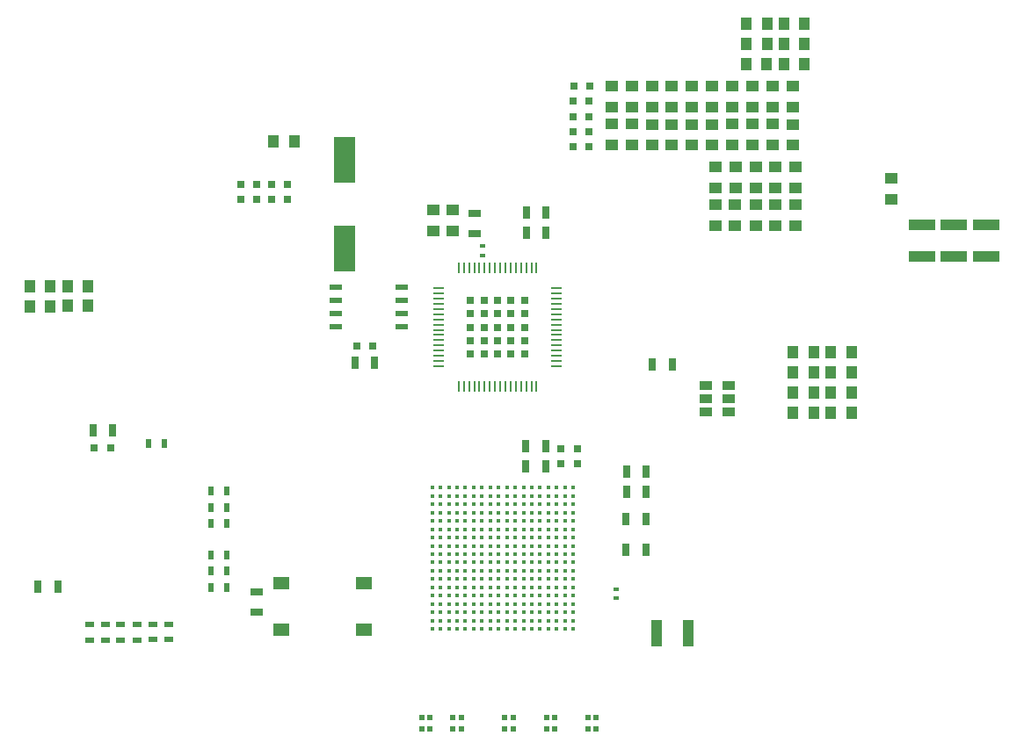
<source format=gbr>
G04 #@! TF.GenerationSoftware,KiCad,Pcbnew,(5.0.2)-1*
G04 #@! TF.CreationDate,2019-04-03T00:40:33-04:00*
G04 #@! TF.ProjectId,RASAC,52415341-432e-46b6-9963-61645f706362,rev?*
G04 #@! TF.SameCoordinates,Original*
G04 #@! TF.FileFunction,Paste,Bot*
G04 #@! TF.FilePolarity,Positive*
%FSLAX46Y46*%
G04 Gerber Fmt 4.6, Leading zero omitted, Abs format (unit mm)*
G04 Created by KiCad (PCBNEW (5.0.2)-1) date 4/3/2019 12:40:33 AM*
%MOMM*%
%LPD*%
G01*
G04 APERTURE LIST*
%ADD10R,0.700000X1.300000*%
%ADD11R,1.143000X0.508000*%
%ADD12C,0.400000*%
%ADD13R,0.500000X0.600000*%
%ADD14R,2.500000X1.000000*%
%ADD15R,1.300000X0.700000*%
%ADD16R,0.600000X0.400000*%
%ADD17R,1.550000X1.300000*%
%ADD18R,1.200000X0.900000*%
%ADD19R,2.000000X4.500000*%
%ADD20R,0.780000X0.780000*%
%ADD21R,1.000000X0.250000*%
%ADD22R,0.250000X1.000000*%
%ADD23R,1.250000X1.000000*%
%ADD24R,1.000000X1.250000*%
%ADD25R,0.800000X0.750000*%
%ADD26R,1.000000X2.500000*%
%ADD27R,0.800000X0.800000*%
%ADD28R,0.500000X0.900000*%
%ADD29R,0.900000X0.500000*%
G04 APERTURE END LIST*
D10*
G04 #@! TO.C,R69*
X160944520Y-125539500D03*
X162844520Y-125539500D03*
G04 #@! TD*
G04 #@! TO.C,R64*
X162841980Y-122529600D03*
X160941980Y-122529600D03*
G04 #@! TD*
D11*
G04 #@! TO.C,U7*
X139313920Y-100185220D03*
X139313920Y-101455220D03*
X139313920Y-102725220D03*
X139313920Y-103995220D03*
X132963920Y-103995220D03*
X132963920Y-102725220D03*
X132963920Y-101455220D03*
X132963920Y-100185220D03*
G04 #@! TD*
D12*
G04 #@! TO.C,U1*
X142255508Y-119533450D03*
X143055508Y-119533450D03*
X143855508Y-119533450D03*
X144655508Y-119533450D03*
X145455508Y-119533450D03*
X146255508Y-119533450D03*
X147055508Y-119533450D03*
X147855508Y-119533450D03*
X148655508Y-119533450D03*
X149455508Y-119533450D03*
X150255508Y-119533450D03*
X151055508Y-119533450D03*
X151855508Y-119533450D03*
X152655508Y-119533450D03*
X153455508Y-119533450D03*
X154255508Y-119533450D03*
X155055508Y-119533450D03*
X155855508Y-119533450D03*
X142255508Y-120333450D03*
X143055508Y-120333450D03*
X143855508Y-120333450D03*
X144655508Y-120333450D03*
X145455508Y-120333450D03*
X146255508Y-120333450D03*
X147055508Y-120333450D03*
X147855508Y-120333450D03*
X148655508Y-120333450D03*
X149455508Y-120333450D03*
X150255508Y-120333450D03*
X151055508Y-120333450D03*
X151855508Y-120333450D03*
X152655508Y-120333450D03*
X153455508Y-120333450D03*
X154255508Y-120333450D03*
X155055508Y-120333450D03*
X155855508Y-120333450D03*
X142255508Y-121133450D03*
X143055508Y-121133450D03*
X143855508Y-121133450D03*
X144655508Y-121133450D03*
X145455508Y-121133450D03*
X146255508Y-121133450D03*
X147055508Y-121133450D03*
X147855508Y-121133450D03*
X148655508Y-121133450D03*
X149455508Y-121133450D03*
X150255508Y-121133450D03*
X151055508Y-121133450D03*
X151855508Y-121133450D03*
X152655508Y-121133450D03*
X153455508Y-121133450D03*
X154255508Y-121133450D03*
X155055508Y-121133450D03*
X155855508Y-121133450D03*
X142255508Y-121933450D03*
X143055508Y-121933450D03*
X143855508Y-121933450D03*
X144655508Y-121933450D03*
X145455508Y-121933450D03*
X146255508Y-121933450D03*
X147055508Y-121933450D03*
X147855508Y-121933450D03*
X148655508Y-121933450D03*
X149455508Y-121933450D03*
X150255508Y-121933450D03*
X151055508Y-121933450D03*
X151855508Y-121933450D03*
X152655508Y-121933450D03*
X153455508Y-121933450D03*
X154255508Y-121933450D03*
X155055508Y-121933450D03*
X155855508Y-121933450D03*
X142255508Y-122733450D03*
X143055508Y-122733450D03*
X143855508Y-122733450D03*
X144655508Y-122733450D03*
X145455508Y-122733450D03*
X146255508Y-122733450D03*
X147055508Y-122733450D03*
X147855508Y-122733450D03*
X148655508Y-122733450D03*
X149455508Y-122733450D03*
X150255508Y-122733450D03*
X151055508Y-122733450D03*
X151855508Y-122733450D03*
X152655508Y-122733450D03*
X153455508Y-122733450D03*
X154255508Y-122733450D03*
X155055508Y-122733450D03*
X155855508Y-122733450D03*
X142255508Y-123533450D03*
X143055508Y-123533450D03*
X143855508Y-123533450D03*
X144655508Y-123533450D03*
X145455508Y-123533450D03*
X146255508Y-123533450D03*
X147055508Y-123533450D03*
X147855508Y-123533450D03*
X148655508Y-123533450D03*
X149455508Y-123533450D03*
X150255508Y-123533450D03*
X151055508Y-123533450D03*
X151855508Y-123533450D03*
X152655508Y-123533450D03*
X153455508Y-123533450D03*
X154255508Y-123533450D03*
X155055508Y-123533450D03*
X155855508Y-123533450D03*
X142255508Y-124333450D03*
X143055508Y-124333450D03*
X143855508Y-124333450D03*
X144655508Y-124333450D03*
X145455508Y-124333450D03*
X146255508Y-124333450D03*
X147055508Y-124333450D03*
X147855508Y-124333450D03*
X148655508Y-124333450D03*
X149455508Y-124333450D03*
X150255508Y-124333450D03*
X151055508Y-124333450D03*
X151855508Y-124333450D03*
X152655508Y-124333450D03*
X153455508Y-124333450D03*
X154255508Y-124333450D03*
X155055508Y-124333450D03*
X155855508Y-124333450D03*
X142255508Y-125133450D03*
X143055508Y-125133450D03*
X143855508Y-125133450D03*
X144655508Y-125133450D03*
X145455508Y-125133450D03*
X146255508Y-125133450D03*
X147055508Y-125133450D03*
X147855508Y-125133450D03*
X148655508Y-125133450D03*
X149455508Y-125133450D03*
X150255508Y-125133450D03*
X151055508Y-125133450D03*
X151855508Y-125133450D03*
X152655508Y-125133450D03*
X153455508Y-125133450D03*
X154255508Y-125133450D03*
X155055508Y-125133450D03*
X155855508Y-125133450D03*
X142255508Y-125933450D03*
X143055508Y-125933450D03*
X143855508Y-125933450D03*
X144655508Y-125933450D03*
X145455508Y-125933450D03*
X146255508Y-125933450D03*
X147055508Y-125933450D03*
X147855508Y-125933450D03*
X148655508Y-125933450D03*
X149455508Y-125933450D03*
X150255508Y-125933450D03*
X151055508Y-125933450D03*
X151855508Y-125933450D03*
X152655508Y-125933450D03*
X153455508Y-125933450D03*
X154255508Y-125933450D03*
X155055508Y-125933450D03*
X155855508Y-125933450D03*
X142255508Y-126733450D03*
X143055508Y-126733450D03*
X143855508Y-126733450D03*
X144655508Y-126733450D03*
X145455508Y-126733450D03*
X146255508Y-126733450D03*
X147055508Y-126733450D03*
X147855508Y-126733450D03*
X148655508Y-126733450D03*
X149455508Y-126733450D03*
X150255508Y-126733450D03*
X151055508Y-126733450D03*
X151855508Y-126733450D03*
X152655508Y-126733450D03*
X153455508Y-126733450D03*
X154255508Y-126733450D03*
X155055508Y-126733450D03*
X155855508Y-126733450D03*
X142255508Y-127533450D03*
X143055508Y-127533450D03*
X143855508Y-127533450D03*
X144655508Y-127533450D03*
X145455508Y-127533450D03*
X146255508Y-127533450D03*
X147055508Y-127533450D03*
X147855508Y-127533450D03*
X148655508Y-127533450D03*
X149455508Y-127533450D03*
X150255508Y-127533450D03*
X151055508Y-127533450D03*
X151855508Y-127533450D03*
X152655508Y-127533450D03*
X153455508Y-127533450D03*
X154255508Y-127533450D03*
X155055508Y-127533450D03*
X155855508Y-127533450D03*
X142255508Y-128333450D03*
X143055508Y-128333450D03*
X143855508Y-128333450D03*
X144655508Y-128333450D03*
X145455508Y-128333450D03*
X146255508Y-128333450D03*
X147055508Y-128333450D03*
X147855508Y-128333450D03*
X148655508Y-128333450D03*
X149455508Y-128333450D03*
X150255508Y-128333450D03*
X151055508Y-128333450D03*
X151855508Y-128333450D03*
X152655508Y-128333450D03*
X153455508Y-128333450D03*
X154255508Y-128333450D03*
X155055508Y-128333450D03*
X155855508Y-128333450D03*
X142255508Y-129133450D03*
X143055508Y-129133450D03*
X143855508Y-129133450D03*
X144655508Y-129133450D03*
X145455508Y-129133450D03*
X146255508Y-129133450D03*
X147055508Y-129133450D03*
X147855508Y-129133450D03*
X148655508Y-129133450D03*
X149455508Y-129133450D03*
X150255508Y-129133450D03*
X151055508Y-129133450D03*
X151855508Y-129133450D03*
X152655508Y-129133450D03*
X153455508Y-129133450D03*
X154255508Y-129133450D03*
X155055508Y-129133450D03*
X155855508Y-129133450D03*
X142255508Y-129933450D03*
X143055508Y-129933450D03*
X143855508Y-129933450D03*
X144655508Y-129933450D03*
X145455508Y-129933450D03*
X146255508Y-129933450D03*
X147055508Y-129933450D03*
X147855508Y-129933450D03*
X148655508Y-129933450D03*
X149455508Y-129933450D03*
X150255508Y-129933450D03*
X151055508Y-129933450D03*
X151855508Y-129933450D03*
X152655508Y-129933450D03*
X153455508Y-129933450D03*
X154255508Y-129933450D03*
X155055508Y-129933450D03*
X155855508Y-129933450D03*
X142255508Y-130733450D03*
X143055508Y-130733450D03*
X143855508Y-130733450D03*
X144655508Y-130733450D03*
X145455508Y-130733450D03*
X146255508Y-130733450D03*
X147055508Y-130733450D03*
X147855508Y-130733450D03*
X148655508Y-130733450D03*
X149455508Y-130733450D03*
X150255508Y-130733450D03*
X151055508Y-130733450D03*
X151855508Y-130733450D03*
X152655508Y-130733450D03*
X153455508Y-130733450D03*
X154255508Y-130733450D03*
X155055508Y-130733450D03*
X155855508Y-130733450D03*
X142255508Y-131533450D03*
X143055508Y-131533450D03*
X143855508Y-131533450D03*
X144655508Y-131533450D03*
X145455508Y-131533450D03*
X146255508Y-131533450D03*
X147055508Y-131533450D03*
X147855508Y-131533450D03*
X148655508Y-131533450D03*
X149455508Y-131533450D03*
X150255508Y-131533450D03*
X151055508Y-131533450D03*
X151855508Y-131533450D03*
X152655508Y-131533450D03*
X153455508Y-131533450D03*
X154255508Y-131533450D03*
X155055508Y-131533450D03*
X155855508Y-131533450D03*
X142255508Y-132333450D03*
X143055508Y-132333450D03*
X143855508Y-132333450D03*
X144655508Y-132333450D03*
X145455508Y-132333450D03*
X146255508Y-132333450D03*
X147055508Y-132333450D03*
X147855508Y-132333450D03*
X148655508Y-132333450D03*
X149455508Y-132333450D03*
X150255508Y-132333450D03*
X151055508Y-132333450D03*
X151855508Y-132333450D03*
X152655508Y-132333450D03*
X153455508Y-132333450D03*
X154255508Y-132333450D03*
X155055508Y-132333450D03*
X155855508Y-132333450D03*
X142255508Y-133133450D03*
X143055508Y-133133450D03*
X143855508Y-133133450D03*
X144655508Y-133133450D03*
X145455508Y-133133450D03*
X146255508Y-133133450D03*
X147055508Y-133133450D03*
X147855508Y-133133450D03*
X148655508Y-133133450D03*
X149455508Y-133133450D03*
X150255508Y-133133450D03*
X151055508Y-133133450D03*
X151855508Y-133133450D03*
X152655508Y-133133450D03*
X153455508Y-133133450D03*
X154255508Y-133133450D03*
X155055508Y-133133450D03*
X155855508Y-133133450D03*
G04 #@! TD*
D13*
G04 #@! TO.C,C1*
X141249400Y-142790000D03*
X141249400Y-141690000D03*
G04 #@! TD*
G04 #@! TO.C,C2*
X142049500Y-141690000D03*
X142049500Y-142790000D03*
G04 #@! TD*
G04 #@! TO.C,C3*
X144246600Y-142790000D03*
X144246600Y-141690000D03*
G04 #@! TD*
G04 #@! TO.C,C4*
X145046700Y-141690000D03*
X145046700Y-142790000D03*
G04 #@! TD*
G04 #@! TO.C,C5*
X149250400Y-142790000D03*
X149250400Y-141690000D03*
G04 #@! TD*
G04 #@! TO.C,C6*
X150050500Y-141690000D03*
X150050500Y-142790000D03*
G04 #@! TD*
G04 #@! TO.C,C7*
X153250900Y-142790000D03*
X153250900Y-141690000D03*
G04 #@! TD*
G04 #@! TO.C,C8*
X154051000Y-141690000D03*
X154051000Y-142790000D03*
G04 #@! TD*
G04 #@! TO.C,C9*
X157251400Y-141690000D03*
X157251400Y-142790000D03*
G04 #@! TD*
G04 #@! TO.C,C10*
X158051500Y-141690000D03*
X158051500Y-142790000D03*
G04 #@! TD*
D14*
G04 #@! TO.C,C12*
X189405260Y-94219900D03*
X189405260Y-97219900D03*
G04 #@! TD*
G04 #@! TO.C,C210*
X195653632Y-97214820D03*
X195653632Y-94214820D03*
G04 #@! TD*
G04 #@! TO.C,C211*
X192521840Y-97214820D03*
X192521840Y-94214820D03*
G04 #@! TD*
D10*
G04 #@! TO.C,L4*
X153224987Y-92966668D03*
X151324987Y-92966668D03*
G04 #@! TD*
D15*
G04 #@! TO.C,L5*
X146324320Y-94996000D03*
X146324320Y-93096000D03*
G04 #@! TD*
D16*
G04 #@! TO.C,R1*
X159981900Y-130180500D03*
X159981900Y-129280500D03*
G04 #@! TD*
D17*
G04 #@! TO.C,SW1*
X135653600Y-128730180D03*
X135653600Y-133230180D03*
X127693600Y-133230180D03*
X127693600Y-128730180D03*
G04 #@! TD*
D18*
G04 #@! TO.C,U9*
X168602480Y-112257840D03*
X168602480Y-110987840D03*
X168602480Y-109717840D03*
X170802480Y-112257840D03*
X170802480Y-110987840D03*
X170802480Y-109717840D03*
G04 #@! TD*
D19*
G04 #@! TO.C,Y1*
X133779260Y-87943800D03*
X133779260Y-96443800D03*
G04 #@! TD*
D20*
G04 #@! TO.C,U6*
X151161507Y-106656308D03*
X151161507Y-105356308D03*
X151161507Y-104056308D03*
X151161507Y-102756308D03*
X151161507Y-101456308D03*
X149861507Y-106656308D03*
X149861507Y-105356308D03*
X149861507Y-104056308D03*
X149861507Y-102756308D03*
X149861507Y-101456308D03*
X148561507Y-106656308D03*
X148561507Y-105356308D03*
X148561507Y-104056308D03*
X148561507Y-102756308D03*
X148561507Y-101456308D03*
X147261507Y-106656308D03*
X147261507Y-105356308D03*
X147261507Y-104056308D03*
X147261507Y-102756308D03*
X147261507Y-101456308D03*
X145961507Y-106656308D03*
X145961507Y-105356308D03*
X145961507Y-104056308D03*
X145961507Y-102756308D03*
X145961507Y-101456308D03*
D21*
X142861507Y-100306308D03*
X142861507Y-100806308D03*
X142861507Y-101306308D03*
X142861507Y-101806308D03*
X142861507Y-102306308D03*
X142861507Y-102806308D03*
X142861507Y-103306308D03*
X142861507Y-103806308D03*
X142861507Y-104306308D03*
X142861507Y-104806308D03*
X142861507Y-105306308D03*
X142861507Y-105806308D03*
X142861507Y-106306308D03*
X142861507Y-106806308D03*
X142861507Y-107306308D03*
X142861507Y-107806308D03*
D22*
X144811507Y-109756308D03*
X145311507Y-109756308D03*
X145811507Y-109756308D03*
X146311507Y-109756308D03*
X146811507Y-109756308D03*
X147311507Y-109756308D03*
X147811507Y-109756308D03*
X148311507Y-109756308D03*
X148811507Y-109756308D03*
X149311507Y-109756308D03*
X149811507Y-109756308D03*
X150311507Y-109756308D03*
X150811507Y-109756308D03*
X151311507Y-109756308D03*
X151811507Y-109756308D03*
X152311507Y-109756308D03*
D21*
X154261507Y-107806308D03*
X154261507Y-107306308D03*
X154261507Y-106806308D03*
X154261507Y-106306308D03*
X154261507Y-105806308D03*
X154261507Y-105306308D03*
X154261507Y-104806308D03*
X154261507Y-104306308D03*
X154261507Y-103806308D03*
X154261507Y-103306308D03*
X154261507Y-102806308D03*
X154261507Y-102306308D03*
X154261507Y-101806308D03*
X154261507Y-101306308D03*
X154261507Y-100806308D03*
X154261507Y-100306308D03*
D22*
X152311507Y-98356308D03*
X151811507Y-98356308D03*
X151311507Y-98356308D03*
X150811507Y-98356308D03*
X150311507Y-98356308D03*
X149811507Y-98356308D03*
X149311507Y-98356308D03*
X148811507Y-98356308D03*
X148311507Y-98356308D03*
X147811507Y-98356308D03*
X147311507Y-98356308D03*
X146811507Y-98356308D03*
X146311507Y-98356308D03*
X145811507Y-98356308D03*
X145311507Y-98356308D03*
X144811507Y-98356308D03*
G04 #@! TD*
D23*
G04 #@! TO.C,C72*
X142400020Y-94751400D03*
X142400020Y-92751400D03*
G04 #@! TD*
G04 #@! TO.C,C73*
X144249140Y-92751400D03*
X144249140Y-94751400D03*
G04 #@! TD*
D24*
G04 #@! TO.C,C75*
X128985520Y-86151720D03*
X126985520Y-86151720D03*
G04 #@! TD*
G04 #@! TO.C,C80*
X103478279Y-100096641D03*
X105478279Y-100096641D03*
G04 #@! TD*
G04 #@! TO.C,C84*
X109113721Y-100067059D03*
X107113721Y-100067059D03*
G04 #@! TD*
G04 #@! TO.C,C85*
X103478279Y-102031941D03*
X105478279Y-102031941D03*
G04 #@! TD*
D23*
G04 #@! TO.C,C87*
X176994820Y-80806540D03*
X176994820Y-82806540D03*
G04 #@! TD*
G04 #@! TO.C,C88*
X171447460Y-94266260D03*
X171447460Y-92266260D03*
G04 #@! TD*
G04 #@! TO.C,C89*
X177220880Y-88606120D03*
X177220880Y-90606120D03*
G04 #@! TD*
G04 #@! TO.C,C90*
X169522140Y-90606120D03*
X169522140Y-88606120D03*
G04 #@! TD*
D24*
G04 #@! TO.C,C91*
X176129048Y-76738367D03*
X178129048Y-76738367D03*
G04 #@! TD*
D23*
G04 #@! TO.C,C92*
X163436459Y-82810319D03*
X163436459Y-80810319D03*
G04 #@! TD*
D25*
G04 #@! TO.C,C94*
X123844620Y-90266520D03*
X125344620Y-90266520D03*
G04 #@! TD*
D23*
G04 #@! TO.C,C97*
X175325721Y-94269681D03*
X175325721Y-92269681D03*
G04 #@! TD*
G04 #@! TO.C,C98*
X177220880Y-92266260D03*
X177220880Y-94266260D03*
G04 #@! TD*
G04 #@! TO.C,C99*
X159534860Y-82838800D03*
X159534860Y-80838800D03*
G04 #@! TD*
D24*
G04 #@! TO.C,C100*
X174507928Y-76751067D03*
X172507928Y-76751067D03*
G04 #@! TD*
D23*
G04 #@! TO.C,C102*
X173108620Y-80821020D03*
X173108620Y-82821020D03*
G04 #@! TD*
D24*
G04 #@! TO.C,C103*
X178141748Y-74806607D03*
X176141748Y-74806607D03*
G04 #@! TD*
D25*
G04 #@! TO.C,C105*
X126798640Y-91699080D03*
X128298640Y-91699080D03*
G04 #@! TD*
D23*
G04 #@! TO.C,C108*
X165346380Y-82805780D03*
X165346380Y-80805780D03*
G04 #@! TD*
G04 #@! TO.C,C109*
X175325721Y-88605381D03*
X175325721Y-90605381D03*
G04 #@! TD*
G04 #@! TO.C,C110*
X173421901Y-94269681D03*
X173421901Y-92269681D03*
G04 #@! TD*
D24*
G04 #@! TO.C,C111*
X182658260Y-106489500D03*
X180658260Y-106489500D03*
G04 #@! TD*
D23*
G04 #@! TO.C,C112*
X161488120Y-84483700D03*
X161488120Y-86483700D03*
G04 #@! TD*
G04 #@! TO.C,C113*
X169201899Y-82823319D03*
X169201899Y-80823319D03*
G04 #@! TD*
G04 #@! TO.C,C114*
X171454581Y-90605381D03*
X171454581Y-88605381D03*
G04 #@! TD*
D25*
G04 #@! TO.C,C116*
X128296100Y-90261440D03*
X126796100Y-90261440D03*
G04 #@! TD*
D23*
G04 #@! TO.C,C119*
X165356540Y-84491320D03*
X165356540Y-86491320D03*
G04 #@! TD*
G04 #@! TO.C,C120*
X169522140Y-92273880D03*
X169522140Y-94273880D03*
G04 #@! TD*
G04 #@! TO.C,C121*
X163428680Y-84491320D03*
X163428680Y-86491320D03*
G04 #@! TD*
G04 #@! TO.C,C122*
X175061880Y-86478620D03*
X175061880Y-84478620D03*
G04 #@! TD*
G04 #@! TO.C,C123*
X159545020Y-86483700D03*
X159545020Y-84483700D03*
G04 #@! TD*
D25*
G04 #@! TO.C,C125*
X125344620Y-91701620D03*
X123844620Y-91701620D03*
G04 #@! TD*
D24*
G04 #@! TO.C,C127*
X177005740Y-106494580D03*
X179005740Y-106494580D03*
G04 #@! TD*
G04 #@! TO.C,C128*
X182676040Y-112298480D03*
X180676040Y-112298480D03*
G04 #@! TD*
D23*
G04 #@! TO.C,C129*
X171137580Y-86478620D03*
X171137580Y-84478620D03*
G04 #@! TD*
D24*
G04 #@! TO.C,C130*
X179015499Y-110338621D03*
X177015499Y-110338621D03*
G04 #@! TD*
G04 #@! TO.C,C131*
X180665361Y-110325239D03*
X182665361Y-110325239D03*
G04 #@! TD*
D23*
G04 #@! TO.C,C132*
X173121320Y-84478620D03*
X173121320Y-86478620D03*
G04 #@! TD*
D24*
G04 #@! TO.C,C135*
X179015499Y-112303401D03*
X177015499Y-112303401D03*
G04 #@! TD*
G04 #@! TO.C,C136*
X179002799Y-108404321D03*
X177002799Y-108404321D03*
G04 #@! TD*
G04 #@! TO.C,C137*
X182652661Y-108390939D03*
X180652661Y-108390939D03*
G04 #@! TD*
G04 #@! TO.C,C138*
X172499780Y-78663800D03*
X174499780Y-78663800D03*
G04 #@! TD*
D23*
G04 #@! TO.C,C139*
X169194480Y-86493860D03*
X169194480Y-84493860D03*
G04 #@! TD*
D24*
G04 #@! TO.C,C140*
X178139600Y-78648560D03*
X176139600Y-78648560D03*
G04 #@! TD*
D25*
G04 #@! TO.C,C145*
X155899420Y-80784700D03*
X157399420Y-80784700D03*
G04 #@! TD*
D26*
G04 #@! TO.C,C148*
X163914960Y-133558280D03*
X166914960Y-133558280D03*
G04 #@! TD*
D24*
G04 #@! TO.C,C150*
X174520628Y-74819307D03*
X172520628Y-74819307D03*
G04 #@! TD*
D23*
G04 #@! TO.C,C151*
X161483040Y-82803240D03*
X161483040Y-80803240D03*
G04 #@! TD*
D25*
G04 #@! TO.C,C155*
X157366400Y-82242660D03*
X155866400Y-82242660D03*
G04 #@! TD*
G04 #@! TO.C,C159*
X157340819Y-85212481D03*
X155840819Y-85212481D03*
G04 #@! TD*
D23*
G04 #@! TO.C,C160*
X176989740Y-86496400D03*
X176989740Y-84496400D03*
G04 #@! TD*
G04 #@! TO.C,C161*
X175056800Y-80821020D03*
X175056800Y-82821020D03*
G04 #@! TD*
D25*
G04 #@! TO.C,C167*
X155866400Y-83738720D03*
X157366400Y-83738720D03*
G04 #@! TD*
D23*
G04 #@! TO.C,C170*
X171142660Y-82836260D03*
X171142660Y-80836260D03*
G04 #@! TD*
G04 #@! TO.C,C171*
X173421901Y-88605381D03*
X173421901Y-90605381D03*
G04 #@! TD*
G04 #@! TO.C,C179*
X167302180Y-80823560D03*
X167302180Y-82823560D03*
G04 #@! TD*
G04 #@! TO.C,C180*
X167297100Y-84493860D03*
X167297100Y-86493860D03*
G04 #@! TD*
D25*
G04 #@! TO.C,C181*
X157343540Y-86629240D03*
X155843540Y-86629240D03*
G04 #@! TD*
D24*
G04 #@! TO.C,C219*
X109113721Y-102002359D03*
X107113721Y-102002359D03*
G04 #@! TD*
D27*
G04 #@! TO.C,D3*
X156278480Y-115755420D03*
X154678480Y-115755420D03*
G04 #@! TD*
G04 #@! TO.C,D4*
X154678480Y-117236240D03*
X156278480Y-117236240D03*
G04 #@! TD*
G04 #@! TO.C,D5*
X134965540Y-105846880D03*
X136565540Y-105846880D03*
G04 #@! TD*
D16*
G04 #@! TO.C,R7*
X147073620Y-97145260D03*
X147073620Y-96245260D03*
G04 #@! TD*
D10*
G04 #@! TO.C,R8*
X153209747Y-94950408D03*
X151309747Y-94950408D03*
G04 #@! TD*
G04 #@! TO.C,R15*
X163474360Y-107665520D03*
X165374360Y-107665520D03*
G04 #@! TD*
G04 #@! TO.C,R23*
X153177280Y-115534440D03*
X151277280Y-115534440D03*
G04 #@! TD*
G04 #@! TO.C,R24*
X151277280Y-117482620D03*
X153177280Y-117482620D03*
G04 #@! TD*
D15*
G04 #@! TO.C,R25*
X125328680Y-131480600D03*
X125328680Y-129580600D03*
G04 #@! TD*
D10*
G04 #@! TO.C,R28*
X134800300Y-107508040D03*
X136700300Y-107508040D03*
G04 #@! TD*
D23*
G04 #@! TO.C,C212*
X186507120Y-89693240D03*
X186507120Y-91693240D03*
G04 #@! TD*
D27*
G04 #@! TO.C,D19*
X109720480Y-115699540D03*
X111320480Y-115699540D03*
G04 #@! TD*
D28*
G04 #@! TO.C,R46*
X120976960Y-119857520D03*
X122476960Y-119857520D03*
G04 #@! TD*
G04 #@! TO.C,R47*
X120971880Y-121434860D03*
X122471880Y-121434860D03*
G04 #@! TD*
G04 #@! TO.C,R48*
X120974420Y-122991880D03*
X122474420Y-122991880D03*
G04 #@! TD*
G04 #@! TO.C,R49*
X122441400Y-126042420D03*
X120941400Y-126042420D03*
G04 #@! TD*
G04 #@! TO.C,R50*
X120938860Y-127571500D03*
X122438860Y-127571500D03*
G04 #@! TD*
G04 #@! TO.C,R51*
X120943940Y-129118360D03*
X122443940Y-129118360D03*
G04 #@! TD*
D29*
G04 #@! TO.C,R52*
X116855240Y-132683820D03*
X116855240Y-134183820D03*
G04 #@! TD*
G04 #@! TO.C,R53*
X115326160Y-132686360D03*
X115326160Y-134186360D03*
G04 #@! TD*
G04 #@! TO.C,R54*
X113802160Y-134204140D03*
X113802160Y-132704140D03*
G04 #@! TD*
G04 #@! TO.C,R55*
X112270540Y-134196520D03*
X112270540Y-132696520D03*
G04 #@! TD*
G04 #@! TO.C,R56*
X110764320Y-132696520D03*
X110764320Y-134196520D03*
G04 #@! TD*
G04 #@! TO.C,R57*
X109235240Y-134188900D03*
X109235240Y-132688900D03*
G04 #@! TD*
D28*
G04 #@! TO.C,R58*
X116429220Y-115229640D03*
X114929220Y-115229640D03*
G04 #@! TD*
D10*
G04 #@! TO.C,R60*
X106205060Y-129067560D03*
X104305060Y-129067560D03*
G04 #@! TD*
G04 #@! TO.C,R66*
X162880080Y-117962680D03*
X160980080Y-117962680D03*
G04 #@! TD*
G04 #@! TO.C,R71*
X162887700Y-119900700D03*
X160987700Y-119900700D03*
G04 #@! TD*
G04 #@! TO.C,R92*
X109576369Y-114019519D03*
X111476369Y-114019519D03*
G04 #@! TD*
M02*

</source>
